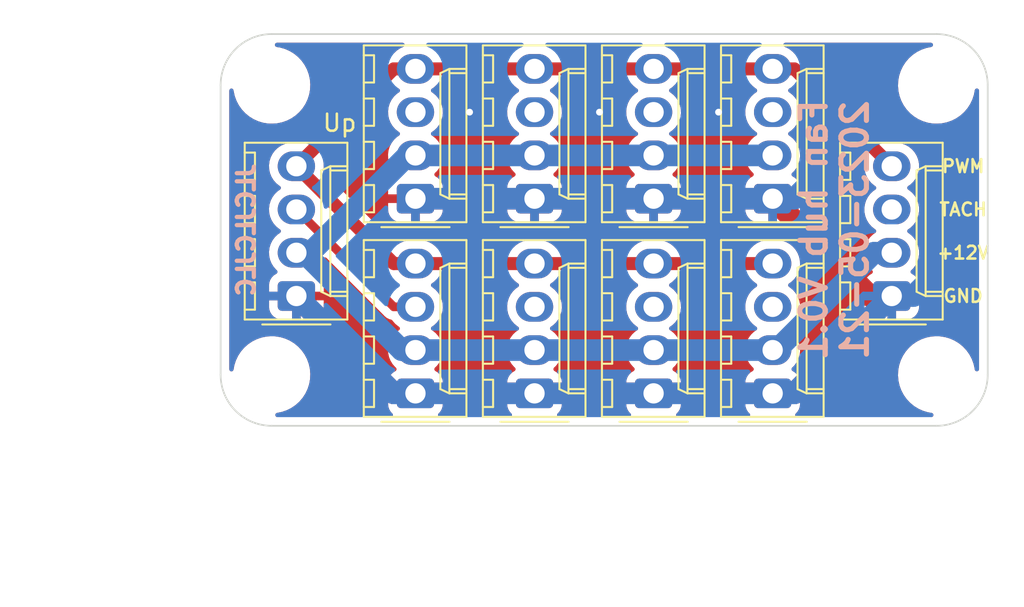
<source format=kicad_pcb>
(kicad_pcb (version 20211014) (generator pcbnew)
  (title_block (title "Fan hub") (date "2023-05-21") (rev "V0.1"))
  (layers (0 "F.Cu" signal) (31 "B.Cu" signal) (34 "B.Paste" user) (35 "F.Paste" user) (36 "B.SilkS" user "B.Silkscreen") (37 "F.SilkS" user "F.Silkscreen") (38 "B.Mask" user) (39 "F.Mask" user) (44 "Edge.Cuts" user))
  (net 0 "")
  (net 1 "/FAN_GND")
  (net 2 "/+12V")
  (net 3 "/Fan_s")
  (net 4 "/Fan_PWM")
  (footprint "Connector_Molex:Molex_KK-254_AE-6410-04A_1x04_P2.54mm_Vertical" (layer "F.Cu") (at 82.385 86.665 90)
    (fp_text reference "Fan8" hide)
    (fp_text value "Conn_01x04_Male")
    (fp_line (start 9 2.99) (end 9 -3.03) (layer "F.SilkS") (width 0.12))
    (fp_line (start 0.25 2.99) (end 0.25 1.99) (layer "F.SilkS") (width 0.12))
    (fp_line (start 0 1.99) (end 0.25 1.46) (layer "F.SilkS") (width 0.12))
    (fp_line (start 7.37 1.46) (end 7.62 1.99) (layer "F.SilkS") (width 0.12))
    (fp_line (start -0.8 -2.43) (end 0.8 -2.43) (layer "F.SilkS") (width 0.12))
    (fp_line (start 0.25 1.46) (end 7.37 1.46) (layer "F.SilkS") (width 0.12))
    (fp_line (start 7.37 2.99) (end 7.37 1.99) (layer "F.SilkS") (width 0.12))
    (fp_line (start 5.88 -2.43) (end 5.88 -3.03) (layer "F.SilkS") (width 0.12))
    (fp_line (start -1.38 2.99) (end 9 2.99) (layer "F.SilkS") (width 0.12))
    (fp_line (start 7.62 1.99) (end 7.62 2.99) (layer "F.SilkS") (width 0.12))
    (fp_line (start -1.38 -3.03) (end -1.38 2.99) (layer "F.SilkS") (width 0.12))
    (fp_line (start 0 1.99) (end 7.62 1.99) (layer "F.SilkS") (width 0.12))
    (fp_line (start 6.82 -3.03) (end 6.82 -2.43) (layer "F.SilkS") (width 0.12))
    (fp_line (start 4.28 -3.03) (end 4.28 -2.43) (layer "F.SilkS") (width 0.12))
    (fp_line (start 1.74 -3.03) (end 1.74 -2.43) (layer "F.SilkS") (width 0.12))
    (fp_line (start 6.82 -2.43) (end 8.42 -2.43) (layer "F.SilkS") (width 0.12))
    (fp_line (start 3.34 -2.43) (end 3.34 -3.03) (layer "F.SilkS") (width 0.12))
    (fp_line (start 8.42 -2.43) (end 8.42 -3.03) (layer "F.SilkS") (width 0.12))
    (fp_line (start 1.74 -2.43) (end 3.34 -2.43) (layer "F.SilkS") (width 0.12))
    (fp_line (start 4.28 -2.43) (end 5.88 -2.43) (layer "F.SilkS") (width 0.12))
    (fp_line (start 9 -3.03) (end -1.38 -3.03) (layer "F.SilkS") (width 0.12))
    (fp_line (start -0.8 -3.03) (end -0.8 -2.43) (layer "F.SilkS") (width 0.12))
    (fp_line (start 0.8 -2.43) (end 0.8 -3.03) (layer "F.SilkS") (width 0.12))
    (fp_line (start 0 2.99) (end 0 1.99) (layer "F.SilkS") (width 0.12))
    (fp_line (start -1.67 -2) (end -1.67 2) (layer "F.SilkS") (width 0.12))
    (pad "1" thru_hole roundrect (at 0 0 90) (size 1.74 2.19) (drill 1.19) (layers *.Cu *.Mask) (roundrect_rratio 0.1436781609) (net 1 "/FAN_GND"))
    (pad "2" thru_hole oval (at 2.54 0 90) (size 1.74 2.19) (drill 1.19) (layers *.Cu *.Mask) (net 2 "/+12V"))
    (pad "3" thru_hole oval (at 5.08 0 90) (size 1.74 2.19) (drill 1.19) (layers *.Cu *.Mask))
    (pad "4" thru_hole oval (at 7.62 0 90) (size 1.74 2.19) (drill 1.19) (layers *.Cu *.Mask) (net 4 "/Fan_PWM"))
  )
  (footprint "Connector_Molex:Molex_KK-254_AE-6410-04A_1x04_P2.54mm_Vertical" (layer "F.Cu") (at 61.43 86.665 90)
    (fp_text reference "Fan2" hide)
    (fp_text value "Conn_01x04_Male")
    (fp_line (start 0 2.99) (end 0 1.99) (layer "F.SilkS") (width 0.12))
    (fp_line (start 4.28 -2.43) (end 5.88 -2.43) (layer "F.SilkS") (width 0.12))
    (fp_line (start 0.25 2.99) (end 0.25 1.99) (layer "F.SilkS") (width 0.12))
    (fp_line (start 0 1.99) (end 0.25 1.46) (layer "F.SilkS") (width 0.12))
    (fp_line (start 6.82 -2.43) (end 8.42 -2.43) (layer "F.SilkS") (width 0.12))
    (fp_line (start 7.37 2.99) (end 7.37 1.99) (layer "F.SilkS") (width 0.12))
    (fp_line (start 9 2.99) (end 9 -3.03) (layer "F.SilkS") (width 0.12))
    (fp_line (start 0 1.99) (end 7.62 1.99) (layer "F.SilkS") (width 0.12))
    (fp_line (start 7.37 1.46) (end 7.62 1.99) (layer "F.SilkS") (width 0.12))
    (fp_line (start 4.28 -3.03) (end 4.28 -2.43) (layer "F.SilkS") (width 0.12))
    (fp_line (start -1.67 -2) (end -1.67 2) (layer "F.SilkS") (width 0.12))
    (fp_line (start 1.74 -3.03) (end 1.74 -2.43) (layer "F.SilkS") (width 0.12))
    (fp_line (start 3.34 -2.43) (end 3.34 -3.03) (layer "F.SilkS") (width 0.12))
    (fp_line (start -0.8 -3.03) (end -0.8 -2.43) (layer "F.SilkS") (width 0.12))
    (fp_line (start 7.62 1.99) (end 7.62 2.99) (layer "F.SilkS") (width 0.12))
    (fp_line (start 8.42 -2.43) (end 8.42 -3.03) (layer "F.SilkS") (width 0.12))
    (fp_line (start 5.88 -2.43) (end 5.88 -3.03) (layer "F.SilkS") (width 0.12))
    (fp_line (start 6.82 -3.03) (end 6.82 -2.43) (layer "F.SilkS") (width 0.12))
    (fp_line (start 0.8 -2.43) (end 0.8 -3.03) (layer "F.SilkS") (width 0.12))
    (fp_line (start -0.8 -2.43) (end 0.8 -2.43) (layer "F.SilkS") (width 0.12))
    (fp_line (start 9 -3.03) (end -1.38 -3.03) (layer "F.SilkS") (width 0.12))
    (fp_line (start 1.74 -2.43) (end 3.34 -2.43) (layer "F.SilkS") (width 0.12))
    (fp_line (start 0.25 1.46) (end 7.37 1.46) (layer "F.SilkS") (width 0.12))
    (fp_line (start -1.38 2.99) (end 9 2.99) (layer "F.SilkS") (width 0.12))
    (fp_line (start -1.38 -3.03) (end -1.38 2.99) (layer "F.SilkS") (width 0.12))
    (pad "1" thru_hole roundrect (at 0 0 90) (size 1.74 2.19) (drill 1.19) (layers *.Cu *.Mask) (roundrect_rratio 0.1436781609) (net 1 "/FAN_GND"))
    (pad "2" thru_hole oval (at 2.54 0 90) (size 1.74 2.19) (drill 1.19) (layers *.Cu *.Mask) (net 2 "/+12V"))
    (pad "3" thru_hole oval (at 5.08 0 90) (size 1.74 2.19) (drill 1.19) (layers *.Cu *.Mask))
    (pad "4" thru_hole oval (at 7.62 0 90) (size 1.74 2.19) (drill 1.19) (layers *.Cu *.Mask) (net 4 "/Fan_PWM"))
  )
  (footprint "Connector_Molex:Molex_KK-254_AE-6410-04A_1x04_P2.54mm_Vertical" (layer "F.Cu") (at 54.445 92.38 90)
    (fp_text reference "Uplink1" hide)
    (fp_text value "Conn_01x04_Male")
    (fp_line (start 9 -3.03) (end -1.38 -3.03) (layer "F.SilkS") (width 0.12))
    (fp_line (start -1.67 -2) (end -1.67 2) (layer "F.SilkS") (width 0.12))
    (fp_line (start 0.8 -2.43) (end 0.8 -3.03) (layer "F.SilkS") (width 0.12))
    (fp_line (start -0.8 -3.03) (end -0.8 -2.43) (layer "F.SilkS") (width 0.12))
    (fp_line (start -1.38 2.99) (end 9 2.99) (layer "F.SilkS") (width 0.12))
    (fp_line (start 1.74 -3.03) (end 1.74 -2.43) (layer "F.SilkS") (width 0.12))
    (fp_line (start 6.82 -2.43) (end 8.42 -2.43) (layer "F.SilkS") (width 0.12))
    (fp_line (start 8.42 -2.43) (end 8.42 -3.03) (layer "F.SilkS") (width 0.12))
    (fp_line (start 3.34 -2.43) (end 3.34 -3.03) (layer "F.SilkS") (width 0.12))
    (fp_line (start 4.28 -3.03) (end 4.28 -2.43) (layer "F.SilkS") (width 0.12))
    (fp_line (start 0 1.99) (end 7.62 1.99) (layer "F.SilkS") (width 0.12))
    (fp_line (start 7.62 1.99) (end 7.62 2.99) (layer "F.SilkS") (width 0.12))
    (fp_line (start 7.37 2.99) (end 7.37 1.99) (layer "F.SilkS") (width 0.12))
    (fp_line (start -0.8 -2.43) (end 0.8 -2.43) (layer "F.SilkS") (width 0.12))
    (fp_line (start 0.25 1.46) (end 7.37 1.46) (layer "F.SilkS") (width 0.12))
    (fp_line (start 0 1.99) (end 0.25 1.46) (layer "F.SilkS") (width 0.12))
    (fp_line (start 6.82 -3.03) (end 6.82 -2.43) (layer "F.SilkS") (width 0.12))
    (fp_line (start 0.25 2.99) (end 0.25 1.99) (layer "F.SilkS") (width 0.12))
    (fp_line (start 7.37 1.46) (end 7.62 1.99) (layer "F.SilkS") (width 0.12))
    (fp_line (start 1.74 -2.43) (end 3.34 -2.43) (layer "F.SilkS") (width 0.12))
    (fp_line (start 9 2.99) (end 9 -3.03) (layer "F.SilkS") (width 0.12))
    (fp_line (start 4.28 -2.43) (end 5.88 -2.43) (layer "F.SilkS") (width 0.12))
    (fp_line (start 0 2.99) (end 0 1.99) (layer "F.SilkS") (width 0.12))
    (fp_line (start -1.38 -3.03) (end -1.38 2.99) (layer "F.SilkS") (width 0.12))
    (fp_line (start 5.88 -2.43) (end 5.88 -3.03) (layer "F.SilkS") (width 0.12))
    (pad "1" thru_hole roundrect (at 0 0 90) (size 1.74 2.19) (drill 1.19) (layers *.Cu *.Mask) (roundrect_rratio 0.1436781609) (net 1 "/FAN_GND"))
    (pad "2" thru_hole oval (at 2.54 0 90) (size 1.74 2.19) (drill 1.19) (layers *.Cu *.Mask) (net 2 "/+12V"))
    (pad "3" thru_hole oval (at 5.08 0 90) (size 1.74 2.19) (drill 1.19) (layers *.Cu *.Mask) (net 3 "/Fan_s"))
    (pad "4" thru_hole oval (at 7.62 0 90) (size 1.74 2.19) (drill 1.19) (layers *.Cu *.Mask) (net 4 "/Fan_PWM"))
  )
  (footprint "MountingHole:MountingHole_3.5mm" (layer "F.Cu") (at 53 97)
    (fp_text reference "H1" hide)
    (fp_text value "MountingHole")
    (pad "" np_thru_hole circle locked (at 0 0) (size 3.5 3.5) (drill 3.5) (layers *.Cu *.Mask))
  )
  (footprint "MountingHole:MountingHole_3.5mm" (layer "F.Cu") (at 53 80)
    (fp_text reference "H3" hide)
    (fp_text value "MountingHole")
    (pad "" np_thru_hole circle locked (at 0 0) (size 3.5 3.5) (drill 3.5) (layers *.Cu *.Mask))
  )
  (footprint "Connector_Molex:Molex_KK-254_AE-6410-04A_1x04_P2.54mm_Vertical" (layer "F.Cu") (at 82.385 98.095 90)
    (fp_text reference "Fan7" hide)
    (fp_text value "Conn_01x04_Male")
    (fp_line (start -0.8 -3.03) (end -0.8 -2.43) (layer "F.SilkS") (width 0.12))
    (fp_line (start -1.38 2.99) (end 9 2.99) (layer "F.SilkS") (width 0.12))
    (fp_line (start 4.28 -3.03) (end 4.28 -2.43) (layer "F.SilkS") (width 0.12))
    (fp_line (start 4.28 -2.43) (end 5.88 -2.43) (layer "F.SilkS") (width 0.12))
    (fp_line (start -1.67 -2) (end -1.67 2) (layer "F.SilkS") (width 0.12))
    (fp_line (start 7.37 1.46) (end 7.62 1.99) (layer "F.SilkS") (width 0.12))
    (fp_line (start 1.74 -3.03) (end 1.74 -2.43) (layer "F.SilkS") (width 0.12))
    (fp_line (start 6.82 -3.03) (end 6.82 -2.43) (layer "F.SilkS") (width 0.12))
    (fp_line (start 0.25 2.99) (end 0.25 1.99) (layer "F.SilkS") (width 0.12))
    (fp_line (start 1.74 -2.43) (end 3.34 -2.43) (layer "F.SilkS") (width 0.12))
    (fp_line (start 0 1.99) (end 7.62 1.99) (layer "F.SilkS") (width 0.12))
    (fp_line (start 0 1.99) (end 0.25 1.46) (layer "F.SilkS") (width 0.12))
    (fp_line (start 9 2.99) (end 9 -3.03) (layer "F.SilkS") (width 0.12))
    (fp_line (start 7.37 2.99) (end 7.37 1.99) (layer "F.SilkS") (width 0.12))
    (fp_line (start 7.62 1.99) (end 7.62 2.99) (layer "F.SilkS") (width 0.12))
    (fp_line (start 6.82 -2.43) (end 8.42 -2.43) (layer "F.SilkS") (width 0.12))
    (fp_line (start 3.34 -2.43) (end 3.34 -3.03) (layer "F.SilkS") (width 0.12))
    (fp_line (start 5.88 -2.43) (end 5.88 -3.03) (layer "F.SilkS") (width 0.12))
    (fp_line (start 9 -3.03) (end -1.38 -3.03) (layer "F.SilkS") (width 0.12))
    (fp_line (start -1.38 -3.03) (end -1.38 2.99) (layer "F.SilkS") (width 0.12))
    (fp_line (start 8.42 -2.43) (end 8.42 -3.03) (layer "F.SilkS") (width 0.12))
    (fp_line (start -0.8 -2.43) (end 0.8 -2.43) (layer "F.SilkS") (width 0.12))
    (fp_line (start 0.25 1.46) (end 7.37 1.46) (layer "F.SilkS") (width 0.12))
    (fp_line (start 0 2.99) (end 0 1.99) (layer "F.SilkS") (width 0.12))
    (fp_line (start 0.8 -2.43) (end 0.8 -3.03) (layer "F.SilkS") (width 0.12))
    (pad "1" thru_hole roundrect (at 0 0 90) (size 1.74 2.19) (drill 1.19) (layers *.Cu *.Mask) (roundrect_rratio 0.1436781609) (net 1 "/FAN_GND"))
    (pad "2" thru_hole oval (at 2.54 0 90) (size 1.74 2.19) (drill 1.19) (layers *.Cu *.Mask) (net 2 "/+12V"))
    (pad "3" thru_hole oval (at 5.08 0 90) (size 1.74 2.19) (drill 1.19) (layers *.Cu *.Mask))
    (pad "4" thru_hole oval (at 7.62 0 90) (size 1.74 2.19) (drill 1.19) (layers *.Cu *.Mask) (net 4 "/Fan_PWM"))
  )
  (footprint "Connector_Molex:Molex_KK-254_AE-6410-04A_1x04_P2.54mm_Vertical" (layer "F.Cu") (at 68.415 86.665 90)
    (fp_text reference "Fan4" hide)
    (fp_text value "Conn_01x04_Male")
    (fp_line (start 7.62 1.99) (end 7.62 2.99) (layer "F.SilkS") (width 0.12))
    (fp_line (start -0.8 -2.43) (end 0.8 -2.43) (layer "F.SilkS") (width 0.12))
    (fp_line (start -0.8 -3.03) (end -0.8 -2.43) (layer "F.SilkS") (width 0.12))
    (fp_line (start 8.42 -2.43) (end 8.42 -3.03) (layer "F.SilkS") (width 0.12))
    (fp_line (start 9 2.99) (end 9 -3.03) (layer "F.SilkS") (width 0.12))
    (fp_line (start 1.74 -3.03) (end 1.74 -2.43) (layer "F.SilkS") (width 0.12))
    (fp_line (start 0.25 2.99) (end 0.25 1.99) (layer "F.SilkS") (width 0.12))
    (fp_line (start 3.34 -2.43) (end 3.34 -3.03) (layer "F.SilkS") (width 0.12))
    (fp_line (start 0.8 -2.43) (end 0.8 -3.03) (layer "F.SilkS") (width 0.12))
    (fp_line (start 4.28 -3.03) (end 4.28 -2.43) (layer "F.SilkS") (width 0.12))
    (fp_line (start 1.74 -2.43) (end 3.34 -2.43) (layer "F.SilkS") (width 0.12))
    (fp_line (start -1.38 2.99) (end 9 2.99) (layer "F.SilkS") (width 0.12))
    (fp_line (start 0.25 1.46) (end 7.37 1.46) (layer "F.SilkS") (width 0.12))
    (fp_line (start 6.82 -3.03) (end 6.82 -2.43) (layer "F.SilkS") (width 0.12))
    (fp_line (start -1.67 -2) (end -1.67 2) (layer "F.SilkS") (width 0.12))
    (fp_line (start 4.28 -2.43) (end 5.88 -2.43) (layer "F.SilkS") (width 0.12))
    (fp_line (start 6.82 -2.43) (end 8.42 -2.43) (layer "F.SilkS") (width 0.12))
    (fp_line (start 9 -3.03) (end -1.38 -3.03) (layer "F.SilkS") (width 0.12))
    (fp_line (start 0 1.99) (end 0.25 1.46) (layer "F.SilkS") (width 0.12))
    (fp_line (start 0 1.99) (end 7.62 1.99) (layer "F.SilkS") (width 0.12))
    (fp_line (start 7.37 2.99) (end 7.37 1.99) (layer "F.SilkS") (width 0.12))
    (fp_line (start 7.37 1.46) (end 7.62 1.99) (layer "F.SilkS") (width 0.12))
    (fp_line (start -1.38 -3.03) (end -1.38 2.99) (layer "F.SilkS") (width 0.12))
    (fp_line (start 0 2.99) (end 0 1.99) (layer "F.SilkS") (width 0.12))
    (fp_line (start 5.88 -2.43) (end 5.88 -3.03) (layer "F.SilkS") (width 0.12))
    (pad "1" thru_hole roundrect (at 0 0 90) (size 1.74 2.19) (drill 1.19) (layers *.Cu *.Mask) (roundrect_rratio 0.1436781609) (net 1 "/FAN_GND"))
    (pad "2" thru_hole oval (at 2.54 0 90) (size 1.74 2.19) (drill 1.19) (layers *.Cu *.Mask) (net 2 "/+12V"))
    (pad "3" thru_hole oval (at 5.08 0 90) (size 1.74 2.19) (drill 1.19) (layers *.Cu *.Mask))
    (pad "4" thru_hole oval (at 7.62 0 90) (size 1.74 2.19) (drill 1.19) (layers *.Cu *.Mask) (net 4 "/Fan_PWM"))
  )
  (footprint "MountingHole:MountingHole_3.5mm" (layer "F.Cu") (at 92 80)
    (fp_text reference "H4" hide)
    (fp_text value "MountingHole")
    (pad "" np_thru_hole circle locked (at 0 0) (size 3.5 3.5) (drill 3.5) (layers *.Cu *.Mask))
  )
  (footprint "MountingHole:MountingHole_3.5mm" (layer "F.Cu") (at 92 97)
    (fp_text reference "H2" hide)
    (fp_text value "MountingHole")
    (pad "" np_thru_hole circle locked (at 0 0) (size 3.5 3.5) (drill 3.5) (layers *.Cu *.Mask))
  )
  (footprint "Connector_Molex:Molex_KK-254_AE-6410-04A_1x04_P2.54mm_Vertical" (layer "F.Cu") (at 61.43 98.095 90)
    (fp_text reference "Fan1" hide)
    (fp_text value "Conn_01x04_Male")
    (fp_line (start -0.8 -3.03) (end -0.8 -2.43) (layer "F.SilkS") (width 0.12))
    (fp_line (start -0.8 -2.43) (end 0.8 -2.43) (layer "F.SilkS") (width 0.12))
    (fp_line (start 6.82 -3.03) (end 6.82 -2.43) (layer "F.SilkS") (width 0.12))
    (fp_line (start 9 2.99) (end 9 -3.03) (layer "F.SilkS") (width 0.12))
    (fp_line (start 5.88 -2.43) (end 5.88 -3.03) (layer "F.SilkS") (width 0.12))
    (fp_line (start 7.37 2.99) (end 7.37 1.99) (layer "F.SilkS") (width 0.12))
    (fp_line (start 0 2.99) (end 0 1.99) (layer "F.SilkS") (width 0.12))
    (fp_line (start -1.38 2.99) (end 9 2.99) (layer "F.SilkS") (width 0.12))
    (fp_line (start 3.34 -2.43) (end 3.34 -3.03) (layer "F.SilkS") (width 0.12))
    (fp_line (start 0 1.99) (end 7.62 1.99) (layer "F.SilkS") (width 0.12))
    (fp_line (start 0.25 2.99) (end 0.25 1.99) (layer "F.SilkS") (width 0.12))
    (fp_line (start -1.67 -2) (end -1.67 2) (layer "F.SilkS") (width 0.12))
    (fp_line (start 0.8 -2.43) (end 0.8 -3.03) (layer "F.SilkS") (width 0.12))
    (fp_line (start -1.38 -3.03) (end -1.38 2.99) (layer "F.SilkS") (width 0.12))
    (fp_line (start 0 1.99) (end 0.25 1.46) (layer "F.SilkS") (width 0.12))
    (fp_line (start 4.28 -2.43) (end 5.88 -2.43) (layer "F.SilkS") (width 0.12))
    (fp_line (start 4.28 -3.03) (end 4.28 -2.43) (layer "F.SilkS") (width 0.12))
    (fp_line (start 9 -3.03) (end -1.38 -3.03) (layer "F.SilkS") (width 0.12))
    (fp_line (start 7.62 1.99) (end 7.62 2.99) (layer "F.SilkS") (width 0.12))
    (fp_line (start 7.37 1.46) (end 7.62 1.99) (layer "F.SilkS") (width 0.12))
    (fp_line (start 1.74 -3.03) (end 1.74 -2.43) (layer "F.SilkS") (width 0.12))
    (fp_line (start 6.82 -2.43) (end 8.42 -2.43) (layer "F.SilkS") (width 0.12))
    (fp_line (start 1.74 -2.43) (end 3.34 -2.43) (layer "F.SilkS") (width 0.12))
    (fp_line (start 0.25 1.46) (end 7.37 1.46) (layer "F.SilkS") (width 0.12))
    (fp_line (start 8.42 -2.43) (end 8.42 -3.03) (layer "F.SilkS") (width 0.12))
    (pad "1" thru_hole roundrect (at 0 0 90) (size 1.74 2.19) (drill 1.19) (layers *.Cu *.Mask) (roundrect_rratio 0.1436781609) (net 1 "/FAN_GND"))
    (pad "2" thru_hole oval (at 2.54 0 90) (size 1.74 2.19) (drill 1.19) (layers *.Cu *.Mask) (net 2 "/+12V"))
    (pad "3" thru_hole oval (at 5.08 0 90) (size 1.74 2.19) (drill 1.19) (layers *.Cu *.Mask) (net 3 "/Fan_s"))
    (pad "4" thru_hole oval (at 7.62 0 90) (size 1.74 2.19) (drill 1.19) (layers *.Cu *.Mask) (net 4 "/Fan_PWM"))
  )
  (footprint "Connector_Molex:Molex_KK-254_AE-6410-04A_1x04_P2.54mm_Vertical" (layer "F.Cu") (at 89.37 92.38 90)
    (fp_text reference "Fan9" hide)
    (fp_text value "Conn_01x04_Male")
    (fp_line (start 9 -3.03) (end -1.38 -3.03) (layer "F.SilkS") (width 0.12))
    (fp_line (start 6.82 -3.03) (end 6.82 -2.43) (layer "F.SilkS") (width 0.12))
    (fp_line (start -0.8 -2.43) (end 0.8 -2.43) (layer "F.SilkS") (width 0.12))
    (fp_line (start 0.8 -2.43) (end 0.8 -3.03) (layer "F.SilkS") (width 0.12))
    (fp_line (start 6.82 -2.43) (end 8.42 -2.43) (layer "F.SilkS") (width 0.12))
    (fp_line (start 9 2.99) (end 9 -3.03) (layer "F.SilkS") (width 0.12))
    (fp_line (start 4.28 -2.43) (end 5.88 -2.43) (layer "F.SilkS") (width 0.12))
    (fp_line (start 0 1.99) (end 0.25 1.46) (layer "F.SilkS") (width 0.12))
    (fp_line (start 4.28 -3.03) (end 4.28 -2.43) (layer "F.SilkS") (width 0.12))
    (fp_line (start -1.38 2.99) (end 9 2.99) (layer "F.SilkS") (width 0.12))
    (fp_line (start 1.74 -2.43) (end 3.34 -2.43) (layer "F.SilkS") (width 0.12))
    (fp_line (start 0 1.99) (end 7.62 1.99) (layer "F.SilkS") (width 0.12))
    (fp_line (start 5.88 -2.43) (end 5.88 -3.03) (layer "F.SilkS") (width 0.12))
    (fp_line (start 7.37 1.46) (end 7.62 1.99) (layer "F.SilkS") (width 0.12))
    (fp_line (start -0.8 -3.03) (end -0.8 -2.43) (layer "F.SilkS") (width 0.12))
    (fp_line (start -1.67 -2) (end -1.67 2) (layer "F.SilkS") (width 0.12))
    (fp_line (start -1.38 -3.03) (end -1.38 2.99) (layer "F.SilkS") (width 0.12))
    (fp_line (start 7.37 2.99) (end 7.37 1.99) (layer "F.SilkS") (width 0.12))
    (fp_line (start 0 2.99) (end 0 1.99) (layer "F.SilkS") (width 0.12))
    (fp_line (start 8.42 -2.43) (end 8.42 -3.03) (layer "F.SilkS") (width 0.12))
    (fp_line (start 0.25 2.99) (end 0.25 1.99) (layer "F.SilkS") (width 0.12))
    (fp_line (start 1.74 -3.03) (end 1.74 -2.43) (layer "F.SilkS") (width 0.12))
    (fp_line (start 3.34 -2.43) (end 3.34 -3.03) (layer "F.SilkS") (width 0.12))
    (fp_line (start 0.25 1.46) (end 7.37 1.46) (layer "F.SilkS") (width 0.12))
    (fp_line (start 7.62 1.99) (end 7.62 2.99) (layer "F.SilkS") (width 0.12))
    (pad "1" thru_hole roundrect (at 0 0 90) (size 1.74 2.19) (drill 1.19) (layers *.Cu *.Mask) (roundrect_rratio 0.1436781609) (net 1 "/FAN_GND"))
    (pad "2" thru_hole oval (at 2.54 0 90) (size 1.74 2.19) (drill 1.19) (layers *.Cu *.Mask) (net 2 "/+12V"))
    (pad "3" thru_hole oval (at 5.08 0 90) (size 1.74 2.19) (drill 1.19) (layers *.Cu *.Mask))
    (pad "4" thru_hole oval (at 7.62 0 90) (size 1.74 2.19) (drill 1.19) (layers *.Cu *.Mask) (net 4 "/Fan_PWM"))
  )
  (footprint "Connector_Molex:Molex_KK-254_AE-6410-04A_1x04_P2.54mm_Vertical" (layer "F.Cu") (at 68.415 98.095 90)
    (fp_text reference "Fan3" hide)
    (fp_text value "Conn_01x04_Male")
    (fp_line (start 1.74 -3.03) (end 1.74 -2.43) (layer "F.SilkS") (width 0.12))
    (fp_line (start -0.8 -3.03) (end -0.8 -2.43) (layer "F.SilkS") (width 0.12))
    (fp_line (start 0.8 -2.43) (end 0.8 -3.03) (layer "F.SilkS") (width 0.12))
    (fp_line (start 1.74 -2.43) (end 3.34 -2.43) (layer "F.SilkS") (width 0.12))
    (fp_line (start 0 1.99) (end 7.62 1.99) (layer "F.SilkS") (width 0.12))
    (fp_line (start 0.25 2.99) (end 0.25 1.99) (layer "F.SilkS") (width 0.12))
    (fp_line (start 8.42 -2.43) (end 8.42 -3.03) (layer "F.SilkS") (width 0.12))
    (fp_line (start 7.62 1.99) (end 7.62 2.99) (layer "F.SilkS") (width 0.12))
    (fp_line (start 5.88 -2.43) (end 5.88 -3.03) (layer "F.SilkS") (width 0.12))
    (fp_line (start 0.25 1.46) (end 7.37 1.46) (layer "F.SilkS") (width 0.12))
    (fp_line (start 6.82 -2.43) (end 8.42 -2.43) (layer "F.SilkS") (width 0.12))
    (fp_line (start -1.38 2.99) (end 9 2.99) (layer "F.SilkS") (width 0.12))
    (fp_line (start -1.38 -3.03) (end -1.38 2.99) (layer "F.SilkS") (width 0.12))
    (fp_line (start 7.37 1.46) (end 7.62 1.99) (layer "F.SilkS") (width 0.12))
    (fp_line (start 9 -3.03) (end -1.38 -3.03) (layer "F.SilkS") (width 0.12))
    (fp_line (start 7.37 2.99) (end 7.37 1.99) (layer "F.SilkS") (width 0.12))
    (fp_line (start -0.8 -2.43) (end 0.8 -2.43) (layer "F.SilkS") (width 0.12))
    (fp_line (start 4.28 -2.43) (end 5.88 -2.43) (layer "F.SilkS") (width 0.12))
    (fp_line (start 6.82 -3.03) (end 6.82 -2.43) (layer "F.SilkS") (width 0.12))
    (fp_line (start 0 2.99) (end 0 1.99) (layer "F.SilkS") (width 0.12))
    (fp_line (start 3.34 -2.43) (end 3.34 -3.03) (layer "F.SilkS") (width 0.12))
    (fp_line (start 9 2.99) (end 9 -3.03) (layer "F.SilkS") (width 0.12))
    (fp_line (start -1.67 -2) (end -1.67 2) (layer "F.SilkS") (width 0.12))
    (fp_line (start 0 1.99) (end 0.25 1.46) (layer "F.SilkS") (width 0.12))
    (fp_line (start 4.28 -3.03) (end 4.28 -2.43) (layer "F.SilkS") (width 0.12))
    (pad "1" thru_hole roundrect (at 0 0 90) (size 1.74 2.19) (drill 1.19) (layers *.Cu *.Mask) (roundrect_rratio 0.1436781609) (net 1 "/FAN_GND"))
    (pad "2" thru_hole oval (at 2.54 0 90) (size 1.74 2.19) (drill 1.19) (layers *.Cu *.Mask) (net 2 "/+12V"))
    (pad "3" thru_hole oval (at 5.08 0 90) (size 1.74 2.19) (drill 1.19) (layers *.Cu *.Mask))
    (pad "4" thru_hole oval (at 7.62 0 90) (size 1.74 2.19) (drill 1.19) (layers *.Cu *.Mask) (net 4 "/Fan_PWM"))
  )
  (footprint "Connector_Molex:Molex_KK-254_AE-6410-04A_1x04_P2.54mm_Vertical" (layer "F.Cu") (at 75.4 86.665 90)
    (fp_text reference "Fan6" hide)
    (fp_text value "Conn_01x04_Male")
    (fp_line (start 1.74 -2.43) (end 3.34 -2.43) (layer "F.SilkS") (width 0.12))
    (fp_line (start 6.82 -2.43) (end 8.42 -2.43) (layer "F.SilkS") (width 0.12))
    (fp_line (start 4.28 -3.03) (end 4.28 -2.43) (layer "F.SilkS") (width 0.12))
    (fp_line (start 1.74 -3.03) (end 1.74 -2.43) (layer "F.SilkS") (width 0.12))
    (fp_line (start 0 1.99) (end 7.62 1.99) (layer "F.SilkS") (width 0.12))
    (fp_line (start 0 2.99) (end 0 1.99) (layer "F.SilkS") (width 0.12))
    (fp_line (start 3.34 -2.43) (end 3.34 -3.03) (layer "F.SilkS") (width 0.12))
    (fp_line (start 7.62 1.99) (end 7.62 2.99) (layer "F.SilkS") (width 0.12))
    (fp_line (start 0.25 1.46) (end 7.37 1.46) (layer "F.SilkS") (width 0.12))
    (fp_line (start 0 1.99) (end 0.25 1.46) (layer "F.SilkS") (width 0.12))
    (fp_line (start 8.42 -2.43) (end 8.42 -3.03) (layer "F.SilkS") (width 0.12))
    (fp_line (start 4.28 -2.43) (end 5.88 -2.43) (layer "F.SilkS") (width 0.12))
    (fp_line (start 7.37 2.99) (end 7.37 1.99) (layer "F.SilkS") (width 0.12))
    (fp_line (start 9 2.99) (end 9 -3.03) (layer "F.SilkS") (width 0.12))
    (fp_line (start 0.25 2.99) (end 0.25 1.99) (layer "F.SilkS") (width 0.12))
    (fp_line (start -1.38 -3.03) (end -1.38 2.99) (layer "F.SilkS") (width 0.12))
    (fp_line (start -1.67 -2) (end -1.67 2) (layer "F.SilkS") (width 0.12))
    (fp_line (start -0.8 -3.03) (end -0.8 -2.43) (layer "F.SilkS") (width 0.12))
    (fp_line (start 5.88 -2.43) (end 5.88 -3.03) (layer "F.SilkS") (width 0.12))
    (fp_line (start -1.38 2.99) (end 9 2.99) (layer "F.SilkS") (width 0.12))
    (fp_line (start -0.8 -2.43) (end 0.8 -2.43) (layer "F.SilkS") (width 0.12))
    (fp_line (start 6.82 -3.03) (end 6.82 -2.43) (layer "F.SilkS") (width 0.12))
    (fp_line (start 9 -3.03) (end -1.38 -3.03) (layer "F.SilkS") (width 0.12))
    (fp_line (start 0.8 -2.43) (end 0.8 -3.03) (layer "F.SilkS") (width 0.12))
    (fp_line (start 7.37 1.46) (end 7.62 1.99) (layer "F.SilkS") (width 0.12))
    (pad "1" thru_hole roundrect (at 0 0 90) (size 1.74 2.19) (drill 1.19) (layers *.Cu *.Mask) (roundrect_rratio 0.1436781609) (net 1 "/FAN_GND"))
    (pad "2" thru_hole oval (at 2.54 0 90) (size 1.74 2.19) (drill 1.19) (layers *.Cu *.Mask) (net 2 "/+12V"))
    (pad "3" thru_hole oval (at 5.08 0 90) (size 1.74 2.19) (drill 1.19) (layers *.Cu *.Mask))
    (pad "4" thru_hole oval (at 7.62 0 90) (size 1.74 2.19) (drill 1.19) (layers *.Cu *.Mask) (net 4 "/Fan_PWM"))
  )
  (footprint "Connector_Molex:Molex_KK-254_AE-6410-04A_1x04_P2.54mm_Vertical" (layer "F.Cu") (at 75.4 98.095 90)
    (fp_text reference "Fan5" hide)
    (fp_text value "Conn_01x04_Male")
    (fp_line (start -0.8 -3.03) (end -0.8 -2.43) (layer "F.SilkS") (width 0.12))
    (fp_line (start -1.38 2.99) (end 9 2.99) (layer "F.SilkS") (width 0.12))
    (fp_line (start 8.42 -2.43) (end 8.42 -3.03) (layer "F.SilkS") (width 0.12))
    (fp_line (start -1.67 -2) (end -1.67 2) (layer "F.SilkS") (width 0.12))
    (fp_line (start -1.38 -3.03) (end -1.38 2.99) (layer "F.SilkS") (width 0.12))
    (fp_line (start 4.28 -3.03) (end 4.28 -2.43) (layer "F.SilkS") (width 0.12))
    (fp_line (start 5.88 -2.43) (end 5.88 -3.03) (layer "F.SilkS") (width 0.12))
    (fp_line (start 1.74 -3.03) (end 1.74 -2.43) (layer "F.SilkS") (width 0.12))
    (fp_line (start 6.82 -2.43) (end 8.42 -2.43) (layer "F.SilkS") (width 0.12))
    (fp_line (start 7.62 1.99) (end 7.62 2.99) (layer "F.SilkS") (width 0.12))
    (fp_line (start 1.74 -2.43) (end 3.34 -2.43) (layer "F.SilkS") (width 0.12))
    (fp_line (start 7.37 2.99) (end 7.37 1.99) (layer "F.SilkS") (width 0.12))
    (fp_line (start 0.25 1.46) (end 7.37 1.46) (layer "F.SilkS") (width 0.12))
    (fp_line (start 9 -3.03) (end -1.38 -3.03) (layer "F.SilkS") (width 0.12))
    (fp_line (start 6.82 -3.03) (end 6.82 -2.43) (layer "F.SilkS") (width 0.12))
    (fp_line (start 0 1.99) (end 7.62 1.99) (layer "F.SilkS") (width 0.12))
    (fp_line (start 0.25 2.99) (end 0.25 1.99) (layer "F.SilkS") (width 0.12))
    (fp_line (start 7.37 1.46) (end 7.62 1.99) (layer "F.SilkS") (width 0.12))
    (fp_line (start -0.8 -2.43) (end 0.8 -2.43) (layer "F.SilkS") (width 0.12))
    (fp_line (start 0 2.99) (end 0 1.99) (layer "F.SilkS") (width 0.12))
    (fp_line (start 4.28 -2.43) (end 5.88 -2.43) (layer "F.SilkS") (width 0.12))
    (fp_line (start 0.8 -2.43) (end 0.8 -3.03) (layer "F.SilkS") (width 0.12))
    (fp_line (start 0 1.99) (end 0.25 1.46) (layer "F.SilkS") (width 0.12))
    (fp_line (start 9 2.99) (end 9 -3.03) (layer "F.SilkS") (width 0.12))
    (fp_line (start 3.34 -2.43) (end 3.34 -3.03) (layer "F.SilkS") (width 0.12))
    (pad "1" thru_hole roundrect (at 0 0 90) (size 1.74 2.19) (drill 1.19) (layers *.Cu *.Mask) (roundrect_rratio 0.1436781609) (net 1 "/FAN_GND"))
    (pad "2" thru_hole oval (at 2.54 0 90) (size 1.74 2.19) (drill 1.19) (layers *.Cu *.Mask) (net 2 "/+12V"))
    (pad "3" thru_hole oval (at 5.08 0 90) (size 1.74 2.19) (drill 1.19) (layers *.Cu *.Mask))
    (pad "4" thru_hole oval (at 7.62 0 90) (size 1.74 2.19) (drill 1.19) (layers *.Cu *.Mask) (net 4 "/Fan_PWM"))
  )
  (gr_arc (start 53 100) (mid 50.87868 99.12132) (end 50 97) (layer "Edge.Cuts") (width 0.1))
  (gr_line (start 53 100) (end 92 100) (layer "Edge.Cuts") (width 0.1))
  (gr_arc (start 50 80) (mid 50.87868 77.87868) (end 53 77) (layer "Edge.Cuts") (width 0.1))
  (gr_line (start 50 80) (end 50 97) (layer "Edge.Cuts") (width 0.1))
  (gr_arc (start 92 77) (mid 94.12132 77.87868) (end 95 80) (layer "Edge.Cuts") (width 0.1))
  (gr_line (start 92 77) (end 53 77) (layer "Edge.Cuts") (width 0.1))
  (gr_line (start 95 97) (end 95 80) (layer "Edge.Cuts") (width 0.1))
  (gr_arc (start 95 97) (mid 94.12132 99.12132) (end 92 100) (layer "Edge.Cuts") (width 0.1))
  (gr_text "${TITLE} ${REVISION}\n${ISSUE_DATE}" (at 86 88.5 90) (layer "B.SilkS") (effects (font (size 1.5 1.5) (thickness 0.3)) (justify mirror)))
  (gr_text "JLCJLCJLC" (at 51.5 88.5 90) (layer "B.SilkS") (effects (font (size 1 1) (thickness 0.25)) (justify mirror)))
  (gr_text "PWM" (at 93.561 84.76) (layer "F.SilkS") (effects (font (size 0.75 0.75))))
  (gr_text "GND" (at 93.561 92.38) (layer "F.SilkS") (effects (font (size 0.75 0.75))))
  (gr_text "+12V" (at 93.561 89.84) (layer "F.SilkS") (effects (font (size 0.75 0.75))))
  (gr_text "TACH" (at 93.561 87.3) (layer "F.SilkS") (effects (font (size 0.75 0.75))))
  (gr_text "Up" (at 56.985 82.22) (layer "F.SilkS") (effects (font (size 1 1))))
  (segment (start 68.415 86.665) (end 75.4 86.665) (width 1.27) (layer "F.Cu") (net 1))
  (segment (start 75.4 86.665) (end 82.385 86.665) (width 1.27) (layer "F.Cu") (net 1))
  (segment (start 60.16 98.095) (end 61.43 98.095) (width 1.27) (layer "F.Cu") (net 1))
  (segment (start 68.415 98.095) (end 75.4 98.095) (width 1.27) (layer "F.Cu") (net 1))
  (segment (start 61.43 98.095) (end 68.415 98.095) (width 1.27) (layer "F.Cu") (net 1))
  (segment (start 61.43 86.665) (end 68.415 86.665) (width 1.27) (layer "F.Cu") (net 1))
  (segment (start 82.385 98.095) (end 83.655 98.095) (width 1.27) (layer "F.Cu") (net 1))
  (segment (start 82.385 86.665) (end 88.1 92.38) (width 1.27) (layer "F.Cu") (net 1))
  (segment (start 83.655 98.095) (end 89.37 92.38) (width 1.27) (layer "F.Cu") (net 1))
  (segment (start 54.445 92.38) (end 60.16 98.095) (width 1.27) (layer "F.Cu") (net 1))
  (segment (start 75.4 98.095) (end 82.385 98.095) (width 1.27) (layer "F.Cu") (net 1))
  (segment (start 88.1 92.38) (end 89.37 92.38) (width 1.27) (layer "F.Cu") (net 1))
  (via (at 79.21 81.585) (size 0.8) (drill 0.4) (layers "F.Cu" "B.Cu") (net 1))
  (via (at 72.225 81.585) (size 0.8) (drill 0.4) (layers "F.Cu" "B.Cu") (net 1))
  (via (at 64.605 81.585) (size 0.8) (drill 0.4) (layers "F.Cu" "B.Cu") (net 1))
  (segment (start 68.415 98.095) (end 75.4 98.095) (width 1.27) (layer "B.Cu") (net 1))
  (segment (start 82.385 86.665) (end 83.655 86.665) (width 1.27) (layer "B.Cu") (net 1))
  (segment (start 75.4 98.095) (end 82.385 98.095) (width 1.27) (layer "B.Cu") (net 1))
  (segment (start 91.783 83.744) (end 91.783 91.237) (width 1.27) (layer "B.Cu") (net 1))
  (segment (start 83.655 98.095) (end 89.37 92.38) (width 1.27) (layer "B.Cu") (net 1))
  (segment (start 61.43 98.095) (end 68.415 98.095) (width 1.27) (layer "B.Cu") (net 1))
  (segment (start 54.445 92.38) (end 60.16 98.095) (width 1.27) (layer "B.Cu") (net 1))
  (segment (start 68.415 86.665) (end 75.4 86.665) (width 1.27) (layer "B.Cu") (net 1))
  (segment (start 75.4 86.665) (end 82.385 86.665) (width 1.27) (layer "B.Cu") (net 1))
  (segment (start 87.592 82.728) (end 90.767 82.728) (width 1.27) (layer "B.Cu") (net 1))
  (segment (start 61.43 86.665) (end 68.415 86.665) (width 1.27) (layer "B.Cu") (net 1))
  (segment (start 90.64 92.38) (end 89.37 92.38) (width 1.27) (layer "B.Cu") (net 1))
  (segment (start 90.767 82.728) (end 91.783 83.744) (width 1.27) (layer "B.Cu") (net 1))
  (segment (start 60.16 98.095) (end 61.43 98.095) (width 1.27) (layer "B.Cu") (net 1))
  (segment (start 91.783 91.237) (end 90.64 92.38) (width 1.27) (layer "B.Cu") (net 1))
  (segment (start 82.385 98.095) (end 83.655 98.095) (width 1.27) (layer "B.Cu") (net 1))
  (segment (start 83.655 86.665) (end 87.592 82.728) (width 1.27) (layer "B.Cu") (net 1))
  (segment (start 75.4 84.125) (end 82.385 84.125) (width 1.27) (layer "B.Cu") (net 2))
  (segment (start 55.255578 89.84) (end 60.970578 84.125) (width 1.27) (layer "B.Cu") (net 2))
  (segment (start 54.904422 89.84) (end 60.619422 95.555) (width 1.27) (layer "B.Cu") (net 2))
  (segment (start 54.445 89.84) (end 55.255578 89.84) (width 1.27) (layer "B.Cu") (net 2))
  (segment (start 82.61 95.555) (end 88.325 89.84) (width 1.27) (layer "B.Cu") (net 2))
  (segment (start 60.619422 95.555) (end 61.43 95.555) (width 1.27) (layer "B.Cu") (net 2))
  (segment (start 68.415 84.125) (end 75.4 84.125) (width 1.27) (layer "B.Cu") (net 2))
  (segment (start 75.4 95.555) (end 82.385 95.555) (width 1.27) (layer "B.Cu") (net 2))
  (segment (start 60.970578 84.125) (end 61.43 84.125) (width 1.27) (layer "B.Cu") (net 2))
  (segment (start 54.445 89.84) (end 54.904422 89.84) (width 1.27) (layer "B.Cu") (net 2))
  (segment (start 88.325 89.84) (end 89.37 89.84) (width 1.27) (layer "B.Cu") (net 2))
  (segment (start 61.43 95.555) (end 68.415 95.555) (width 1.27) (layer "B.Cu") (net 2))
  (segment (start 82.385 95.555) (end 82.61 95.555) (width 1.27) (layer "B.Cu") (net 2))
  (segment (start 68.415 95.555) (end 75.4 95.555) (width 1.27) (layer "B.Cu") (net 2))
  (segment (start 61.43 84.125) (end 68.415 84.125) (width 1.27) (layer "B.Cu") (net 2))
  (segment (start 60.16 93.015) (end 61.43 93.015) (width 0.508) (layer "F.Cu") (net 3))
  (segment (start 54.445 87.3) (end 60.16 93.015) (width 0.508) (layer "F.Cu") (net 3))
  (segment (start 68.415 79.045) (end 75.4 79.045) (width 0.762) (layer "F.Cu") (net 4))
  (segment (start 83.655 79.045) (end 89.37 84.76) (width 0.762) (layer "F.Cu") (net 4))
  (segment (start 82.385 90.475) (end 75.4 90.475) (width 0.762) (layer "F.Cu") (net 4))
  (segment (start 68.415 90.475) (end 61.43 90.475) (width 0.762) (layer "F.Cu") (net 4))
  (segment (start 75.4 79.045) (end 82.385 79.045) (width 0.762) (layer "F.Cu") (net 4))
  (segment (start 54.445 84.76) (end 60.16 90.475) (width 0.762) (layer "F.Cu") (net 4))
  (segment (start 54.445 84.76) (end 60.16 79.045) (width 0.762) (layer "F.Cu") (net 4))
  (segment (start 60.16 90.475) (end 61.43 90.475) (width 0.762) (layer "F.Cu") (net 4))
  (segment (start 75.4 90.475) (end 68.415 90.475) (width 0.762) (layer "F.Cu") (net 4))
  (segment (start 60.16 79.045) (end 61.43 79.045) (width 0.762) (layer "F.Cu") (net 4))
  (segment (start 61.43 79.045) (end 68.415 79.045) (width 0.762) (layer "F.Cu") (net 4))
  (segment (start 82.385 79.045) (end 83.655 79.045) (width 0.762) (layer "F.Cu") (net 4))
  (zone (net 1) (net_name "/FAN_GND") (layers F&B.Cu) (connect_pads (clearance 0.508)) (min_thickness 0.254) (fill yes (thermal_gap 0.508) (thermal_bridge_width 0.508))
    (polygon (pts (xy 97 102) (xy 48 102) (xy 48 75) (xy 97 75)))
  )
)
</source>
